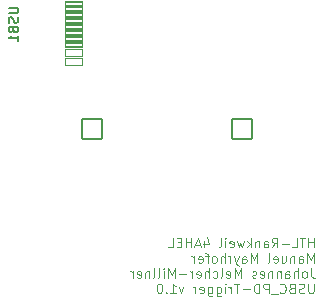
<source format=gbo>
%TF.GenerationSoftware,KiCad,Pcbnew,7.0.7*%
%TF.CreationDate,2023-10-12T19:56:55+02:00*%
%TF.ProjectId,PD_Micro,50445f4d-6963-4726-9f2e-6b696361645f,rev?*%
%TF.SameCoordinates,PX7ce2370PY67d8790*%
%TF.FileFunction,Legend,Bot*%
%TF.FilePolarity,Positive*%
%FSLAX46Y46*%
G04 Gerber Fmt 4.6, Leading zero omitted, Abs format (unit mm)*
G04 Created by KiCad (PCBNEW 7.0.7) date 2023-10-12 19:56:55*
%MOMM*%
%LPD*%
G01*
G04 APERTURE LIST*
G04 Aperture macros list*
%AMRoundRect*
0 Rectangle with rounded corners*
0 $1 Rounding radius*
0 $2 $3 $4 $5 $6 $7 $8 $9 X,Y pos of 4 corners*
0 Add a 4 corners polygon primitive as box body*
4,1,4,$2,$3,$4,$5,$6,$7,$8,$9,$2,$3,0*
0 Add four circle primitives for the rounded corners*
1,1,$1+$1,$2,$3*
1,1,$1+$1,$4,$5*
1,1,$1+$1,$6,$7*
1,1,$1+$1,$8,$9*
0 Add four rect primitives between the rounded corners*
20,1,$1+$1,$2,$3,$4,$5,0*
20,1,$1+$1,$4,$5,$6,$7,0*
20,1,$1+$1,$6,$7,$8,$9,0*
20,1,$1+$1,$8,$9,$2,$3,0*%
G04 Aperture macros list end*
%ADD10C,0.100000*%
%ADD11C,0.150000*%
%ADD12RoundRect,0.070000X-0.425000X-0.425000X0.425000X-0.425000X0.425000X0.425000X-0.425000X0.425000X0*%
%ADD13O,0.990000X0.990000*%
%ADD14RoundRect,0.070000X0.800000X-0.800000X0.800000X0.800000X-0.800000X0.800000X-0.800000X-0.800000X0*%
%ADD15O,1.740000X1.740000*%
%ADD16C,1.940000*%
%ADD17C,1.040000*%
%ADD18O,1.840000X1.840000*%
%ADD19RoundRect,0.070000X0.850000X-0.850000X0.850000X0.850000X-0.850000X0.850000X-0.850000X-0.850000X0*%
%ADD20C,3.140000*%
%ADD21C,1.740000*%
%ADD22RoundRect,0.670000X-0.600000X0.600000X-0.600000X-0.600000X0.600000X-0.600000X0.600000X0.600000X0*%
%ADD23C,2.540000*%
%ADD24C,0.790000*%
%ADD25RoundRect,0.070000X0.725000X-0.287500X0.725000X0.287500X-0.725000X0.287500X-0.725000X-0.287500X0*%
%ADD26RoundRect,0.070000X0.725000X-0.150000X0.725000X0.150000X-0.725000X0.150000X-0.725000X-0.150000X0*%
%ADD27O,1.740000X1.140000*%
%ADD28O,2.240000X1.140000*%
G04 APERTURE END LIST*
D10*
X70863734Y-11272895D02*
X70863734Y-10472895D01*
X70863734Y-10853847D02*
X70406591Y-10853847D01*
X70406591Y-11272895D02*
X70406591Y-10472895D01*
X70139925Y-10472895D02*
X69682782Y-10472895D01*
X69911354Y-11272895D02*
X69911354Y-10472895D01*
X69035163Y-11272895D02*
X69416115Y-11272895D01*
X69416115Y-11272895D02*
X69416115Y-10472895D01*
X68768496Y-10968133D02*
X68158973Y-10968133D01*
X67320877Y-11272895D02*
X67587544Y-10891942D01*
X67778020Y-11272895D02*
X67778020Y-10472895D01*
X67778020Y-10472895D02*
X67473258Y-10472895D01*
X67473258Y-10472895D02*
X67397068Y-10510990D01*
X67397068Y-10510990D02*
X67358973Y-10549085D01*
X67358973Y-10549085D02*
X67320877Y-10625276D01*
X67320877Y-10625276D02*
X67320877Y-10739561D01*
X67320877Y-10739561D02*
X67358973Y-10815752D01*
X67358973Y-10815752D02*
X67397068Y-10853847D01*
X67397068Y-10853847D02*
X67473258Y-10891942D01*
X67473258Y-10891942D02*
X67778020Y-10891942D01*
X66635163Y-11272895D02*
X66635163Y-10853847D01*
X66635163Y-10853847D02*
X66673258Y-10777657D01*
X66673258Y-10777657D02*
X66749449Y-10739561D01*
X66749449Y-10739561D02*
X66901830Y-10739561D01*
X66901830Y-10739561D02*
X66978020Y-10777657D01*
X66635163Y-11234800D02*
X66711354Y-11272895D01*
X66711354Y-11272895D02*
X66901830Y-11272895D01*
X66901830Y-11272895D02*
X66978020Y-11234800D01*
X66978020Y-11234800D02*
X67016116Y-11158609D01*
X67016116Y-11158609D02*
X67016116Y-11082419D01*
X67016116Y-11082419D02*
X66978020Y-11006228D01*
X66978020Y-11006228D02*
X66901830Y-10968133D01*
X66901830Y-10968133D02*
X66711354Y-10968133D01*
X66711354Y-10968133D02*
X66635163Y-10930038D01*
X66254210Y-10739561D02*
X66254210Y-11272895D01*
X66254210Y-10815752D02*
X66216115Y-10777657D01*
X66216115Y-10777657D02*
X66139925Y-10739561D01*
X66139925Y-10739561D02*
X66025639Y-10739561D01*
X66025639Y-10739561D02*
X65949448Y-10777657D01*
X65949448Y-10777657D02*
X65911353Y-10853847D01*
X65911353Y-10853847D02*
X65911353Y-11272895D01*
X65530400Y-11272895D02*
X65530400Y-10472895D01*
X65454210Y-10968133D02*
X65225638Y-11272895D01*
X65225638Y-10739561D02*
X65530400Y-11044323D01*
X64958972Y-10739561D02*
X64806591Y-11272895D01*
X64806591Y-11272895D02*
X64654210Y-10891942D01*
X64654210Y-10891942D02*
X64501829Y-11272895D01*
X64501829Y-11272895D02*
X64349448Y-10739561D01*
X63739924Y-11234800D02*
X63816115Y-11272895D01*
X63816115Y-11272895D02*
X63968496Y-11272895D01*
X63968496Y-11272895D02*
X64044686Y-11234800D01*
X64044686Y-11234800D02*
X64082782Y-11158609D01*
X64082782Y-11158609D02*
X64082782Y-10853847D01*
X64082782Y-10853847D02*
X64044686Y-10777657D01*
X64044686Y-10777657D02*
X63968496Y-10739561D01*
X63968496Y-10739561D02*
X63816115Y-10739561D01*
X63816115Y-10739561D02*
X63739924Y-10777657D01*
X63739924Y-10777657D02*
X63701829Y-10853847D01*
X63701829Y-10853847D02*
X63701829Y-10930038D01*
X63701829Y-10930038D02*
X64082782Y-11006228D01*
X63358972Y-11272895D02*
X63358972Y-10739561D01*
X63358972Y-10472895D02*
X63397068Y-10510990D01*
X63397068Y-10510990D02*
X63358972Y-10549085D01*
X63358972Y-10549085D02*
X63320877Y-10510990D01*
X63320877Y-10510990D02*
X63358972Y-10472895D01*
X63358972Y-10472895D02*
X63358972Y-10549085D01*
X62863735Y-11272895D02*
X62939925Y-11234800D01*
X62939925Y-11234800D02*
X62978020Y-11158609D01*
X62978020Y-11158609D02*
X62978020Y-10472895D01*
X61606591Y-10739561D02*
X61606591Y-11272895D01*
X61797067Y-10434800D02*
X61987544Y-11006228D01*
X61987544Y-11006228D02*
X61492305Y-11006228D01*
X61225639Y-11044323D02*
X60844686Y-11044323D01*
X61301829Y-11272895D02*
X61035162Y-10472895D01*
X61035162Y-10472895D02*
X60768496Y-11272895D01*
X60501829Y-11272895D02*
X60501829Y-10472895D01*
X60501829Y-10853847D02*
X60044686Y-10853847D01*
X60044686Y-11272895D02*
X60044686Y-10472895D01*
X59663734Y-10853847D02*
X59397068Y-10853847D01*
X59282782Y-11272895D02*
X59663734Y-11272895D01*
X59663734Y-11272895D02*
X59663734Y-10472895D01*
X59663734Y-10472895D02*
X59282782Y-10472895D01*
X58558972Y-11272895D02*
X58939924Y-11272895D01*
X58939924Y-11272895D02*
X58939924Y-10472895D01*
X70863734Y-12560895D02*
X70863734Y-11760895D01*
X70863734Y-11760895D02*
X70597068Y-12332323D01*
X70597068Y-12332323D02*
X70330401Y-11760895D01*
X70330401Y-11760895D02*
X70330401Y-12560895D01*
X69606591Y-12560895D02*
X69606591Y-12141847D01*
X69606591Y-12141847D02*
X69644686Y-12065657D01*
X69644686Y-12065657D02*
X69720877Y-12027561D01*
X69720877Y-12027561D02*
X69873258Y-12027561D01*
X69873258Y-12027561D02*
X69949448Y-12065657D01*
X69606591Y-12522800D02*
X69682782Y-12560895D01*
X69682782Y-12560895D02*
X69873258Y-12560895D01*
X69873258Y-12560895D02*
X69949448Y-12522800D01*
X69949448Y-12522800D02*
X69987544Y-12446609D01*
X69987544Y-12446609D02*
X69987544Y-12370419D01*
X69987544Y-12370419D02*
X69949448Y-12294228D01*
X69949448Y-12294228D02*
X69873258Y-12256133D01*
X69873258Y-12256133D02*
X69682782Y-12256133D01*
X69682782Y-12256133D02*
X69606591Y-12218038D01*
X69225638Y-12027561D02*
X69225638Y-12560895D01*
X69225638Y-12103752D02*
X69187543Y-12065657D01*
X69187543Y-12065657D02*
X69111353Y-12027561D01*
X69111353Y-12027561D02*
X68997067Y-12027561D01*
X68997067Y-12027561D02*
X68920876Y-12065657D01*
X68920876Y-12065657D02*
X68882781Y-12141847D01*
X68882781Y-12141847D02*
X68882781Y-12560895D01*
X68158971Y-12027561D02*
X68158971Y-12560895D01*
X68501828Y-12027561D02*
X68501828Y-12446609D01*
X68501828Y-12446609D02*
X68463733Y-12522800D01*
X68463733Y-12522800D02*
X68387543Y-12560895D01*
X68387543Y-12560895D02*
X68273257Y-12560895D01*
X68273257Y-12560895D02*
X68197066Y-12522800D01*
X68197066Y-12522800D02*
X68158971Y-12484704D01*
X67473256Y-12522800D02*
X67549447Y-12560895D01*
X67549447Y-12560895D02*
X67701828Y-12560895D01*
X67701828Y-12560895D02*
X67778018Y-12522800D01*
X67778018Y-12522800D02*
X67816114Y-12446609D01*
X67816114Y-12446609D02*
X67816114Y-12141847D01*
X67816114Y-12141847D02*
X67778018Y-12065657D01*
X67778018Y-12065657D02*
X67701828Y-12027561D01*
X67701828Y-12027561D02*
X67549447Y-12027561D01*
X67549447Y-12027561D02*
X67473256Y-12065657D01*
X67473256Y-12065657D02*
X67435161Y-12141847D01*
X67435161Y-12141847D02*
X67435161Y-12218038D01*
X67435161Y-12218038D02*
X67816114Y-12294228D01*
X66978019Y-12560895D02*
X67054209Y-12522800D01*
X67054209Y-12522800D02*
X67092304Y-12446609D01*
X67092304Y-12446609D02*
X67092304Y-11760895D01*
X66063732Y-12560895D02*
X66063732Y-11760895D01*
X66063732Y-11760895D02*
X65797066Y-12332323D01*
X65797066Y-12332323D02*
X65530399Y-11760895D01*
X65530399Y-11760895D02*
X65530399Y-12560895D01*
X64806589Y-12560895D02*
X64806589Y-12141847D01*
X64806589Y-12141847D02*
X64844684Y-12065657D01*
X64844684Y-12065657D02*
X64920875Y-12027561D01*
X64920875Y-12027561D02*
X65073256Y-12027561D01*
X65073256Y-12027561D02*
X65149446Y-12065657D01*
X64806589Y-12522800D02*
X64882780Y-12560895D01*
X64882780Y-12560895D02*
X65073256Y-12560895D01*
X65073256Y-12560895D02*
X65149446Y-12522800D01*
X65149446Y-12522800D02*
X65187542Y-12446609D01*
X65187542Y-12446609D02*
X65187542Y-12370419D01*
X65187542Y-12370419D02*
X65149446Y-12294228D01*
X65149446Y-12294228D02*
X65073256Y-12256133D01*
X65073256Y-12256133D02*
X64882780Y-12256133D01*
X64882780Y-12256133D02*
X64806589Y-12218038D01*
X64501827Y-12027561D02*
X64311351Y-12560895D01*
X64120874Y-12027561D02*
X64311351Y-12560895D01*
X64311351Y-12560895D02*
X64387541Y-12751371D01*
X64387541Y-12751371D02*
X64425636Y-12789466D01*
X64425636Y-12789466D02*
X64501827Y-12827561D01*
X63816112Y-12560895D02*
X63816112Y-12027561D01*
X63816112Y-12179942D02*
X63778017Y-12103752D01*
X63778017Y-12103752D02*
X63739922Y-12065657D01*
X63739922Y-12065657D02*
X63663731Y-12027561D01*
X63663731Y-12027561D02*
X63587541Y-12027561D01*
X63320874Y-12560895D02*
X63320874Y-11760895D01*
X62978017Y-12560895D02*
X62978017Y-12141847D01*
X62978017Y-12141847D02*
X63016112Y-12065657D01*
X63016112Y-12065657D02*
X63092303Y-12027561D01*
X63092303Y-12027561D02*
X63206589Y-12027561D01*
X63206589Y-12027561D02*
X63282779Y-12065657D01*
X63282779Y-12065657D02*
X63320874Y-12103752D01*
X62482779Y-12560895D02*
X62558969Y-12522800D01*
X62558969Y-12522800D02*
X62597064Y-12484704D01*
X62597064Y-12484704D02*
X62635160Y-12408514D01*
X62635160Y-12408514D02*
X62635160Y-12179942D01*
X62635160Y-12179942D02*
X62597064Y-12103752D01*
X62597064Y-12103752D02*
X62558969Y-12065657D01*
X62558969Y-12065657D02*
X62482779Y-12027561D01*
X62482779Y-12027561D02*
X62368493Y-12027561D01*
X62368493Y-12027561D02*
X62292302Y-12065657D01*
X62292302Y-12065657D02*
X62254207Y-12103752D01*
X62254207Y-12103752D02*
X62216112Y-12179942D01*
X62216112Y-12179942D02*
X62216112Y-12408514D01*
X62216112Y-12408514D02*
X62254207Y-12484704D01*
X62254207Y-12484704D02*
X62292302Y-12522800D01*
X62292302Y-12522800D02*
X62368493Y-12560895D01*
X62368493Y-12560895D02*
X62482779Y-12560895D01*
X61987540Y-12027561D02*
X61682778Y-12027561D01*
X61873254Y-12560895D02*
X61873254Y-11875180D01*
X61873254Y-11875180D02*
X61835159Y-11798990D01*
X61835159Y-11798990D02*
X61758969Y-11760895D01*
X61758969Y-11760895D02*
X61682778Y-11760895D01*
X61111349Y-12522800D02*
X61187540Y-12560895D01*
X61187540Y-12560895D02*
X61339921Y-12560895D01*
X61339921Y-12560895D02*
X61416111Y-12522800D01*
X61416111Y-12522800D02*
X61454207Y-12446609D01*
X61454207Y-12446609D02*
X61454207Y-12141847D01*
X61454207Y-12141847D02*
X61416111Y-12065657D01*
X61416111Y-12065657D02*
X61339921Y-12027561D01*
X61339921Y-12027561D02*
X61187540Y-12027561D01*
X61187540Y-12027561D02*
X61111349Y-12065657D01*
X61111349Y-12065657D02*
X61073254Y-12141847D01*
X61073254Y-12141847D02*
X61073254Y-12218038D01*
X61073254Y-12218038D02*
X61454207Y-12294228D01*
X60730397Y-12560895D02*
X60730397Y-12027561D01*
X60730397Y-12179942D02*
X60692302Y-12103752D01*
X60692302Y-12103752D02*
X60654207Y-12065657D01*
X60654207Y-12065657D02*
X60578016Y-12027561D01*
X60578016Y-12027561D02*
X60501826Y-12027561D01*
X70635163Y-13048895D02*
X70635163Y-13620323D01*
X70635163Y-13620323D02*
X70673258Y-13734609D01*
X70673258Y-13734609D02*
X70749449Y-13810800D01*
X70749449Y-13810800D02*
X70863734Y-13848895D01*
X70863734Y-13848895D02*
X70939925Y-13848895D01*
X70139925Y-13848895D02*
X70216115Y-13810800D01*
X70216115Y-13810800D02*
X70254210Y-13772704D01*
X70254210Y-13772704D02*
X70292306Y-13696514D01*
X70292306Y-13696514D02*
X70292306Y-13467942D01*
X70292306Y-13467942D02*
X70254210Y-13391752D01*
X70254210Y-13391752D02*
X70216115Y-13353657D01*
X70216115Y-13353657D02*
X70139925Y-13315561D01*
X70139925Y-13315561D02*
X70025639Y-13315561D01*
X70025639Y-13315561D02*
X69949448Y-13353657D01*
X69949448Y-13353657D02*
X69911353Y-13391752D01*
X69911353Y-13391752D02*
X69873258Y-13467942D01*
X69873258Y-13467942D02*
X69873258Y-13696514D01*
X69873258Y-13696514D02*
X69911353Y-13772704D01*
X69911353Y-13772704D02*
X69949448Y-13810800D01*
X69949448Y-13810800D02*
X70025639Y-13848895D01*
X70025639Y-13848895D02*
X70139925Y-13848895D01*
X69530400Y-13848895D02*
X69530400Y-13048895D01*
X69187543Y-13848895D02*
X69187543Y-13429847D01*
X69187543Y-13429847D02*
X69225638Y-13353657D01*
X69225638Y-13353657D02*
X69301829Y-13315561D01*
X69301829Y-13315561D02*
X69416115Y-13315561D01*
X69416115Y-13315561D02*
X69492305Y-13353657D01*
X69492305Y-13353657D02*
X69530400Y-13391752D01*
X68463733Y-13848895D02*
X68463733Y-13429847D01*
X68463733Y-13429847D02*
X68501828Y-13353657D01*
X68501828Y-13353657D02*
X68578019Y-13315561D01*
X68578019Y-13315561D02*
X68730400Y-13315561D01*
X68730400Y-13315561D02*
X68806590Y-13353657D01*
X68463733Y-13810800D02*
X68539924Y-13848895D01*
X68539924Y-13848895D02*
X68730400Y-13848895D01*
X68730400Y-13848895D02*
X68806590Y-13810800D01*
X68806590Y-13810800D02*
X68844686Y-13734609D01*
X68844686Y-13734609D02*
X68844686Y-13658419D01*
X68844686Y-13658419D02*
X68806590Y-13582228D01*
X68806590Y-13582228D02*
X68730400Y-13544133D01*
X68730400Y-13544133D02*
X68539924Y-13544133D01*
X68539924Y-13544133D02*
X68463733Y-13506038D01*
X68082780Y-13315561D02*
X68082780Y-13848895D01*
X68082780Y-13391752D02*
X68044685Y-13353657D01*
X68044685Y-13353657D02*
X67968495Y-13315561D01*
X67968495Y-13315561D02*
X67854209Y-13315561D01*
X67854209Y-13315561D02*
X67778018Y-13353657D01*
X67778018Y-13353657D02*
X67739923Y-13429847D01*
X67739923Y-13429847D02*
X67739923Y-13848895D01*
X67358970Y-13315561D02*
X67358970Y-13848895D01*
X67358970Y-13391752D02*
X67320875Y-13353657D01*
X67320875Y-13353657D02*
X67244685Y-13315561D01*
X67244685Y-13315561D02*
X67130399Y-13315561D01*
X67130399Y-13315561D02*
X67054208Y-13353657D01*
X67054208Y-13353657D02*
X67016113Y-13429847D01*
X67016113Y-13429847D02*
X67016113Y-13848895D01*
X66330398Y-13810800D02*
X66406589Y-13848895D01*
X66406589Y-13848895D02*
X66558970Y-13848895D01*
X66558970Y-13848895D02*
X66635160Y-13810800D01*
X66635160Y-13810800D02*
X66673256Y-13734609D01*
X66673256Y-13734609D02*
X66673256Y-13429847D01*
X66673256Y-13429847D02*
X66635160Y-13353657D01*
X66635160Y-13353657D02*
X66558970Y-13315561D01*
X66558970Y-13315561D02*
X66406589Y-13315561D01*
X66406589Y-13315561D02*
X66330398Y-13353657D01*
X66330398Y-13353657D02*
X66292303Y-13429847D01*
X66292303Y-13429847D02*
X66292303Y-13506038D01*
X66292303Y-13506038D02*
X66673256Y-13582228D01*
X65987542Y-13810800D02*
X65911351Y-13848895D01*
X65911351Y-13848895D02*
X65758970Y-13848895D01*
X65758970Y-13848895D02*
X65682780Y-13810800D01*
X65682780Y-13810800D02*
X65644684Y-13734609D01*
X65644684Y-13734609D02*
X65644684Y-13696514D01*
X65644684Y-13696514D02*
X65682780Y-13620323D01*
X65682780Y-13620323D02*
X65758970Y-13582228D01*
X65758970Y-13582228D02*
X65873256Y-13582228D01*
X65873256Y-13582228D02*
X65949446Y-13544133D01*
X65949446Y-13544133D02*
X65987542Y-13467942D01*
X65987542Y-13467942D02*
X65987542Y-13429847D01*
X65987542Y-13429847D02*
X65949446Y-13353657D01*
X65949446Y-13353657D02*
X65873256Y-13315561D01*
X65873256Y-13315561D02*
X65758970Y-13315561D01*
X65758970Y-13315561D02*
X65682780Y-13353657D01*
X64692303Y-13848895D02*
X64692303Y-13048895D01*
X64692303Y-13048895D02*
X64425637Y-13620323D01*
X64425637Y-13620323D02*
X64158970Y-13048895D01*
X64158970Y-13048895D02*
X64158970Y-13848895D01*
X63473255Y-13810800D02*
X63549446Y-13848895D01*
X63549446Y-13848895D02*
X63701827Y-13848895D01*
X63701827Y-13848895D02*
X63778017Y-13810800D01*
X63778017Y-13810800D02*
X63816113Y-13734609D01*
X63816113Y-13734609D02*
X63816113Y-13429847D01*
X63816113Y-13429847D02*
X63778017Y-13353657D01*
X63778017Y-13353657D02*
X63701827Y-13315561D01*
X63701827Y-13315561D02*
X63549446Y-13315561D01*
X63549446Y-13315561D02*
X63473255Y-13353657D01*
X63473255Y-13353657D02*
X63435160Y-13429847D01*
X63435160Y-13429847D02*
X63435160Y-13506038D01*
X63435160Y-13506038D02*
X63816113Y-13582228D01*
X62978018Y-13848895D02*
X63054208Y-13810800D01*
X63054208Y-13810800D02*
X63092303Y-13734609D01*
X63092303Y-13734609D02*
X63092303Y-13048895D01*
X62330398Y-13810800D02*
X62406589Y-13848895D01*
X62406589Y-13848895D02*
X62558970Y-13848895D01*
X62558970Y-13848895D02*
X62635160Y-13810800D01*
X62635160Y-13810800D02*
X62673255Y-13772704D01*
X62673255Y-13772704D02*
X62711351Y-13696514D01*
X62711351Y-13696514D02*
X62711351Y-13467942D01*
X62711351Y-13467942D02*
X62673255Y-13391752D01*
X62673255Y-13391752D02*
X62635160Y-13353657D01*
X62635160Y-13353657D02*
X62558970Y-13315561D01*
X62558970Y-13315561D02*
X62406589Y-13315561D01*
X62406589Y-13315561D02*
X62330398Y-13353657D01*
X61987541Y-13848895D02*
X61987541Y-13048895D01*
X61644684Y-13848895D02*
X61644684Y-13429847D01*
X61644684Y-13429847D02*
X61682779Y-13353657D01*
X61682779Y-13353657D02*
X61758970Y-13315561D01*
X61758970Y-13315561D02*
X61873256Y-13315561D01*
X61873256Y-13315561D02*
X61949446Y-13353657D01*
X61949446Y-13353657D02*
X61987541Y-13391752D01*
X60958969Y-13810800D02*
X61035160Y-13848895D01*
X61035160Y-13848895D02*
X61187541Y-13848895D01*
X61187541Y-13848895D02*
X61263731Y-13810800D01*
X61263731Y-13810800D02*
X61301827Y-13734609D01*
X61301827Y-13734609D02*
X61301827Y-13429847D01*
X61301827Y-13429847D02*
X61263731Y-13353657D01*
X61263731Y-13353657D02*
X61187541Y-13315561D01*
X61187541Y-13315561D02*
X61035160Y-13315561D01*
X61035160Y-13315561D02*
X60958969Y-13353657D01*
X60958969Y-13353657D02*
X60920874Y-13429847D01*
X60920874Y-13429847D02*
X60920874Y-13506038D01*
X60920874Y-13506038D02*
X61301827Y-13582228D01*
X60578017Y-13848895D02*
X60578017Y-13315561D01*
X60578017Y-13467942D02*
X60539922Y-13391752D01*
X60539922Y-13391752D02*
X60501827Y-13353657D01*
X60501827Y-13353657D02*
X60425636Y-13315561D01*
X60425636Y-13315561D02*
X60349446Y-13315561D01*
X60082779Y-13544133D02*
X59473256Y-13544133D01*
X59092303Y-13848895D02*
X59092303Y-13048895D01*
X59092303Y-13048895D02*
X58825637Y-13620323D01*
X58825637Y-13620323D02*
X58558970Y-13048895D01*
X58558970Y-13048895D02*
X58558970Y-13848895D01*
X58178017Y-13848895D02*
X58178017Y-13315561D01*
X58178017Y-13048895D02*
X58216113Y-13086990D01*
X58216113Y-13086990D02*
X58178017Y-13125085D01*
X58178017Y-13125085D02*
X58139922Y-13086990D01*
X58139922Y-13086990D02*
X58178017Y-13048895D01*
X58178017Y-13048895D02*
X58178017Y-13125085D01*
X57682780Y-13848895D02*
X57758970Y-13810800D01*
X57758970Y-13810800D02*
X57797065Y-13734609D01*
X57797065Y-13734609D02*
X57797065Y-13048895D01*
X57263732Y-13848895D02*
X57339922Y-13810800D01*
X57339922Y-13810800D02*
X57378017Y-13734609D01*
X57378017Y-13734609D02*
X57378017Y-13048895D01*
X56958969Y-13315561D02*
X56958969Y-13848895D01*
X56958969Y-13391752D02*
X56920874Y-13353657D01*
X56920874Y-13353657D02*
X56844684Y-13315561D01*
X56844684Y-13315561D02*
X56730398Y-13315561D01*
X56730398Y-13315561D02*
X56654207Y-13353657D01*
X56654207Y-13353657D02*
X56616112Y-13429847D01*
X56616112Y-13429847D02*
X56616112Y-13848895D01*
X55930397Y-13810800D02*
X56006588Y-13848895D01*
X56006588Y-13848895D02*
X56158969Y-13848895D01*
X56158969Y-13848895D02*
X56235159Y-13810800D01*
X56235159Y-13810800D02*
X56273255Y-13734609D01*
X56273255Y-13734609D02*
X56273255Y-13429847D01*
X56273255Y-13429847D02*
X56235159Y-13353657D01*
X56235159Y-13353657D02*
X56158969Y-13315561D01*
X56158969Y-13315561D02*
X56006588Y-13315561D01*
X56006588Y-13315561D02*
X55930397Y-13353657D01*
X55930397Y-13353657D02*
X55892302Y-13429847D01*
X55892302Y-13429847D02*
X55892302Y-13506038D01*
X55892302Y-13506038D02*
X56273255Y-13582228D01*
X55549445Y-13848895D02*
X55549445Y-13315561D01*
X55549445Y-13467942D02*
X55511350Y-13391752D01*
X55511350Y-13391752D02*
X55473255Y-13353657D01*
X55473255Y-13353657D02*
X55397064Y-13315561D01*
X55397064Y-13315561D02*
X55320874Y-13315561D01*
X70863734Y-14336895D02*
X70863734Y-14984514D01*
X70863734Y-14984514D02*
X70825639Y-15060704D01*
X70825639Y-15060704D02*
X70787544Y-15098800D01*
X70787544Y-15098800D02*
X70711353Y-15136895D01*
X70711353Y-15136895D02*
X70558972Y-15136895D01*
X70558972Y-15136895D02*
X70482782Y-15098800D01*
X70482782Y-15098800D02*
X70444687Y-15060704D01*
X70444687Y-15060704D02*
X70406591Y-14984514D01*
X70406591Y-14984514D02*
X70406591Y-14336895D01*
X70063735Y-15098800D02*
X69949449Y-15136895D01*
X69949449Y-15136895D02*
X69758973Y-15136895D01*
X69758973Y-15136895D02*
X69682782Y-15098800D01*
X69682782Y-15098800D02*
X69644687Y-15060704D01*
X69644687Y-15060704D02*
X69606592Y-14984514D01*
X69606592Y-14984514D02*
X69606592Y-14908323D01*
X69606592Y-14908323D02*
X69644687Y-14832133D01*
X69644687Y-14832133D02*
X69682782Y-14794038D01*
X69682782Y-14794038D02*
X69758973Y-14755942D01*
X69758973Y-14755942D02*
X69911354Y-14717847D01*
X69911354Y-14717847D02*
X69987544Y-14679752D01*
X69987544Y-14679752D02*
X70025639Y-14641657D01*
X70025639Y-14641657D02*
X70063735Y-14565466D01*
X70063735Y-14565466D02*
X70063735Y-14489276D01*
X70063735Y-14489276D02*
X70025639Y-14413085D01*
X70025639Y-14413085D02*
X69987544Y-14374990D01*
X69987544Y-14374990D02*
X69911354Y-14336895D01*
X69911354Y-14336895D02*
X69720877Y-14336895D01*
X69720877Y-14336895D02*
X69606592Y-14374990D01*
X68997068Y-14717847D02*
X68882782Y-14755942D01*
X68882782Y-14755942D02*
X68844687Y-14794038D01*
X68844687Y-14794038D02*
X68806591Y-14870228D01*
X68806591Y-14870228D02*
X68806591Y-14984514D01*
X68806591Y-14984514D02*
X68844687Y-15060704D01*
X68844687Y-15060704D02*
X68882782Y-15098800D01*
X68882782Y-15098800D02*
X68958972Y-15136895D01*
X68958972Y-15136895D02*
X69263734Y-15136895D01*
X69263734Y-15136895D02*
X69263734Y-14336895D01*
X69263734Y-14336895D02*
X68997068Y-14336895D01*
X68997068Y-14336895D02*
X68920877Y-14374990D01*
X68920877Y-14374990D02*
X68882782Y-14413085D01*
X68882782Y-14413085D02*
X68844687Y-14489276D01*
X68844687Y-14489276D02*
X68844687Y-14565466D01*
X68844687Y-14565466D02*
X68882782Y-14641657D01*
X68882782Y-14641657D02*
X68920877Y-14679752D01*
X68920877Y-14679752D02*
X68997068Y-14717847D01*
X68997068Y-14717847D02*
X69263734Y-14717847D01*
X68006591Y-15060704D02*
X68044687Y-15098800D01*
X68044687Y-15098800D02*
X68158972Y-15136895D01*
X68158972Y-15136895D02*
X68235163Y-15136895D01*
X68235163Y-15136895D02*
X68349449Y-15098800D01*
X68349449Y-15098800D02*
X68425639Y-15022609D01*
X68425639Y-15022609D02*
X68463734Y-14946419D01*
X68463734Y-14946419D02*
X68501830Y-14794038D01*
X68501830Y-14794038D02*
X68501830Y-14679752D01*
X68501830Y-14679752D02*
X68463734Y-14527371D01*
X68463734Y-14527371D02*
X68425639Y-14451180D01*
X68425639Y-14451180D02*
X68349449Y-14374990D01*
X68349449Y-14374990D02*
X68235163Y-14336895D01*
X68235163Y-14336895D02*
X68158972Y-14336895D01*
X68158972Y-14336895D02*
X68044687Y-14374990D01*
X68044687Y-14374990D02*
X68006591Y-14413085D01*
X67854211Y-15213085D02*
X67244687Y-15213085D01*
X67054210Y-15136895D02*
X67054210Y-14336895D01*
X67054210Y-14336895D02*
X66749448Y-14336895D01*
X66749448Y-14336895D02*
X66673258Y-14374990D01*
X66673258Y-14374990D02*
X66635163Y-14413085D01*
X66635163Y-14413085D02*
X66597067Y-14489276D01*
X66597067Y-14489276D02*
X66597067Y-14603561D01*
X66597067Y-14603561D02*
X66635163Y-14679752D01*
X66635163Y-14679752D02*
X66673258Y-14717847D01*
X66673258Y-14717847D02*
X66749448Y-14755942D01*
X66749448Y-14755942D02*
X67054210Y-14755942D01*
X66254210Y-15136895D02*
X66254210Y-14336895D01*
X66254210Y-14336895D02*
X66063734Y-14336895D01*
X66063734Y-14336895D02*
X65949448Y-14374990D01*
X65949448Y-14374990D02*
X65873258Y-14451180D01*
X65873258Y-14451180D02*
X65835163Y-14527371D01*
X65835163Y-14527371D02*
X65797067Y-14679752D01*
X65797067Y-14679752D02*
X65797067Y-14794038D01*
X65797067Y-14794038D02*
X65835163Y-14946419D01*
X65835163Y-14946419D02*
X65873258Y-15022609D01*
X65873258Y-15022609D02*
X65949448Y-15098800D01*
X65949448Y-15098800D02*
X66063734Y-15136895D01*
X66063734Y-15136895D02*
X66254210Y-15136895D01*
X65454210Y-14832133D02*
X64844687Y-14832133D01*
X64578020Y-14336895D02*
X64120877Y-14336895D01*
X64349449Y-15136895D02*
X64349449Y-14336895D01*
X63854210Y-15136895D02*
X63854210Y-14603561D01*
X63854210Y-14755942D02*
X63816115Y-14679752D01*
X63816115Y-14679752D02*
X63778020Y-14641657D01*
X63778020Y-14641657D02*
X63701829Y-14603561D01*
X63701829Y-14603561D02*
X63625639Y-14603561D01*
X63358972Y-15136895D02*
X63358972Y-14603561D01*
X63358972Y-14336895D02*
X63397068Y-14374990D01*
X63397068Y-14374990D02*
X63358972Y-14413085D01*
X63358972Y-14413085D02*
X63320877Y-14374990D01*
X63320877Y-14374990D02*
X63358972Y-14336895D01*
X63358972Y-14336895D02*
X63358972Y-14413085D01*
X62635163Y-14603561D02*
X62635163Y-15251180D01*
X62635163Y-15251180D02*
X62673258Y-15327371D01*
X62673258Y-15327371D02*
X62711354Y-15365466D01*
X62711354Y-15365466D02*
X62787544Y-15403561D01*
X62787544Y-15403561D02*
X62901830Y-15403561D01*
X62901830Y-15403561D02*
X62978020Y-15365466D01*
X62635163Y-15098800D02*
X62711354Y-15136895D01*
X62711354Y-15136895D02*
X62863735Y-15136895D01*
X62863735Y-15136895D02*
X62939925Y-15098800D01*
X62939925Y-15098800D02*
X62978020Y-15060704D01*
X62978020Y-15060704D02*
X63016116Y-14984514D01*
X63016116Y-14984514D02*
X63016116Y-14755942D01*
X63016116Y-14755942D02*
X62978020Y-14679752D01*
X62978020Y-14679752D02*
X62939925Y-14641657D01*
X62939925Y-14641657D02*
X62863735Y-14603561D01*
X62863735Y-14603561D02*
X62711354Y-14603561D01*
X62711354Y-14603561D02*
X62635163Y-14641657D01*
X61911353Y-14603561D02*
X61911353Y-15251180D01*
X61911353Y-15251180D02*
X61949448Y-15327371D01*
X61949448Y-15327371D02*
X61987544Y-15365466D01*
X61987544Y-15365466D02*
X62063734Y-15403561D01*
X62063734Y-15403561D02*
X62178020Y-15403561D01*
X62178020Y-15403561D02*
X62254210Y-15365466D01*
X61911353Y-15098800D02*
X61987544Y-15136895D01*
X61987544Y-15136895D02*
X62139925Y-15136895D01*
X62139925Y-15136895D02*
X62216115Y-15098800D01*
X62216115Y-15098800D02*
X62254210Y-15060704D01*
X62254210Y-15060704D02*
X62292306Y-14984514D01*
X62292306Y-14984514D02*
X62292306Y-14755942D01*
X62292306Y-14755942D02*
X62254210Y-14679752D01*
X62254210Y-14679752D02*
X62216115Y-14641657D01*
X62216115Y-14641657D02*
X62139925Y-14603561D01*
X62139925Y-14603561D02*
X61987544Y-14603561D01*
X61987544Y-14603561D02*
X61911353Y-14641657D01*
X61225638Y-15098800D02*
X61301829Y-15136895D01*
X61301829Y-15136895D02*
X61454210Y-15136895D01*
X61454210Y-15136895D02*
X61530400Y-15098800D01*
X61530400Y-15098800D02*
X61568496Y-15022609D01*
X61568496Y-15022609D02*
X61568496Y-14717847D01*
X61568496Y-14717847D02*
X61530400Y-14641657D01*
X61530400Y-14641657D02*
X61454210Y-14603561D01*
X61454210Y-14603561D02*
X61301829Y-14603561D01*
X61301829Y-14603561D02*
X61225638Y-14641657D01*
X61225638Y-14641657D02*
X61187543Y-14717847D01*
X61187543Y-14717847D02*
X61187543Y-14794038D01*
X61187543Y-14794038D02*
X61568496Y-14870228D01*
X60844686Y-15136895D02*
X60844686Y-14603561D01*
X60844686Y-14755942D02*
X60806591Y-14679752D01*
X60806591Y-14679752D02*
X60768496Y-14641657D01*
X60768496Y-14641657D02*
X60692305Y-14603561D01*
X60692305Y-14603561D02*
X60616115Y-14603561D01*
X59816115Y-14603561D02*
X59625639Y-15136895D01*
X59625639Y-15136895D02*
X59435162Y-14603561D01*
X58711353Y-15136895D02*
X59168496Y-15136895D01*
X58939924Y-15136895D02*
X58939924Y-14336895D01*
X58939924Y-14336895D02*
X59016115Y-14451180D01*
X59016115Y-14451180D02*
X59092305Y-14527371D01*
X59092305Y-14527371D02*
X59168496Y-14565466D01*
X58368495Y-15060704D02*
X58330400Y-15098800D01*
X58330400Y-15098800D02*
X58368495Y-15136895D01*
X58368495Y-15136895D02*
X58406591Y-15098800D01*
X58406591Y-15098800D02*
X58368495Y-15060704D01*
X58368495Y-15060704D02*
X58368495Y-15136895D01*
X57835162Y-14336895D02*
X57758972Y-14336895D01*
X57758972Y-14336895D02*
X57682781Y-14374990D01*
X57682781Y-14374990D02*
X57644686Y-14413085D01*
X57644686Y-14413085D02*
X57606591Y-14489276D01*
X57606591Y-14489276D02*
X57568496Y-14641657D01*
X57568496Y-14641657D02*
X57568496Y-14832133D01*
X57568496Y-14832133D02*
X57606591Y-14984514D01*
X57606591Y-14984514D02*
X57644686Y-15060704D01*
X57644686Y-15060704D02*
X57682781Y-15098800D01*
X57682781Y-15098800D02*
X57758972Y-15136895D01*
X57758972Y-15136895D02*
X57835162Y-15136895D01*
X57835162Y-15136895D02*
X57911353Y-15098800D01*
X57911353Y-15098800D02*
X57949448Y-15060704D01*
X57949448Y-15060704D02*
X57987543Y-14984514D01*
X57987543Y-14984514D02*
X58025639Y-14832133D01*
X58025639Y-14832133D02*
X58025639Y-14641657D01*
X58025639Y-14641657D02*
X57987543Y-14489276D01*
X57987543Y-14489276D02*
X57949448Y-14413085D01*
X57949448Y-14413085D02*
X57911353Y-14374990D01*
X57911353Y-14374990D02*
X57835162Y-14336895D01*
D11*
X45028295Y9010476D02*
X45675914Y9010476D01*
X45675914Y9010476D02*
X45752104Y8972381D01*
X45752104Y8972381D02*
X45790200Y8934286D01*
X45790200Y8934286D02*
X45828295Y8858095D01*
X45828295Y8858095D02*
X45828295Y8705714D01*
X45828295Y8705714D02*
X45790200Y8629524D01*
X45790200Y8629524D02*
X45752104Y8591429D01*
X45752104Y8591429D02*
X45675914Y8553333D01*
X45675914Y8553333D02*
X45028295Y8553333D01*
X45790200Y8210477D02*
X45828295Y8096191D01*
X45828295Y8096191D02*
X45828295Y7905715D01*
X45828295Y7905715D02*
X45790200Y7829524D01*
X45790200Y7829524D02*
X45752104Y7791429D01*
X45752104Y7791429D02*
X45675914Y7753334D01*
X45675914Y7753334D02*
X45599723Y7753334D01*
X45599723Y7753334D02*
X45523533Y7791429D01*
X45523533Y7791429D02*
X45485438Y7829524D01*
X45485438Y7829524D02*
X45447342Y7905715D01*
X45447342Y7905715D02*
X45409247Y8058096D01*
X45409247Y8058096D02*
X45371152Y8134286D01*
X45371152Y8134286D02*
X45333057Y8172381D01*
X45333057Y8172381D02*
X45256866Y8210477D01*
X45256866Y8210477D02*
X45180676Y8210477D01*
X45180676Y8210477D02*
X45104485Y8172381D01*
X45104485Y8172381D02*
X45066390Y8134286D01*
X45066390Y8134286D02*
X45028295Y8058096D01*
X45028295Y8058096D02*
X45028295Y7867619D01*
X45028295Y7867619D02*
X45066390Y7753334D01*
X45409247Y7143810D02*
X45447342Y7029524D01*
X45447342Y7029524D02*
X45485438Y6991429D01*
X45485438Y6991429D02*
X45561628Y6953333D01*
X45561628Y6953333D02*
X45675914Y6953333D01*
X45675914Y6953333D02*
X45752104Y6991429D01*
X45752104Y6991429D02*
X45790200Y7029524D01*
X45790200Y7029524D02*
X45828295Y7105714D01*
X45828295Y7105714D02*
X45828295Y7410476D01*
X45828295Y7410476D02*
X45028295Y7410476D01*
X45028295Y7410476D02*
X45028295Y7143810D01*
X45028295Y7143810D02*
X45066390Y7067619D01*
X45066390Y7067619D02*
X45104485Y7029524D01*
X45104485Y7029524D02*
X45180676Y6991429D01*
X45180676Y6991429D02*
X45256866Y6991429D01*
X45256866Y6991429D02*
X45333057Y7029524D01*
X45333057Y7029524D02*
X45371152Y7067619D01*
X45371152Y7067619D02*
X45409247Y7143810D01*
X45409247Y7143810D02*
X45409247Y7410476D01*
X45828295Y6191429D02*
X45828295Y6648572D01*
X45828295Y6420000D02*
X45028295Y6420000D01*
X45028295Y6420000D02*
X45142580Y6496191D01*
X45142580Y6496191D02*
X45218771Y6572381D01*
X45218771Y6572381D02*
X45256866Y6648572D01*
%LPC*%
D12*
X100965000Y-5080000D03*
X104140000Y-8890000D03*
D13*
X104140000Y-9890000D03*
D14*
X77978000Y-18753500D03*
D15*
X80518000Y-18753500D03*
X83058000Y-18753500D03*
X85598000Y-18753500D03*
X88138000Y-18753500D03*
X90678000Y-18753500D03*
X90678000Y-11133500D03*
X88138000Y-11133500D03*
X85598000Y-11133500D03*
X83058000Y-11133500D03*
X80518000Y-11133500D03*
X77978000Y-11133500D03*
D16*
X104050000Y-29110000D03*
D12*
X96520000Y-8890000D03*
D13*
X96520000Y-9890000D03*
D16*
X104050000Y19890000D03*
D17*
X88035000Y-29319000D03*
X91035000Y-29319000D03*
D12*
X98425000Y-5080000D03*
D16*
X46050000Y19890000D03*
X46050000Y-29110000D03*
D18*
X46990000Y-1270000D03*
X49530000Y-1270000D03*
D19*
X52070000Y-1270000D03*
D18*
X54610000Y-1270000D03*
X57150000Y-1270000D03*
X59690000Y-1270000D03*
X62230000Y-1270000D03*
D19*
X64770000Y-1270000D03*
D18*
X67310000Y-1270000D03*
X69850000Y-1270000D03*
X72390000Y-1270000D03*
X74930000Y-1270000D03*
D19*
X77470000Y-1270000D03*
D18*
X80010000Y-1270000D03*
X82550000Y-1270000D03*
X85090000Y-1270000D03*
X87630000Y-1270000D03*
D19*
X90170000Y-1270000D03*
D18*
X92710000Y-1270000D03*
X95250000Y-1270000D03*
X95250000Y16510000D03*
X92710000Y16510000D03*
D19*
X90170000Y16510000D03*
D18*
X87630000Y16510000D03*
X85090000Y16510000D03*
X82550000Y16510000D03*
X80010000Y16510000D03*
D19*
X77470000Y16510000D03*
D18*
X74930000Y16510000D03*
X72390000Y16510000D03*
X69850000Y16510000D03*
X67310000Y16510000D03*
D19*
X64770000Y16510000D03*
D18*
X62230000Y16510000D03*
X59690000Y16510000D03*
X57150000Y16510000D03*
X54610000Y16510000D03*
D19*
X52070000Y16510000D03*
D18*
X49530000Y16510000D03*
X46990000Y16510000D03*
D17*
X78256000Y-29286000D03*
X81256000Y-29286000D03*
D12*
X101600000Y-8890000D03*
D13*
X101600000Y-9890000D03*
D20*
X49706000Y-5326000D03*
X49706000Y-27326000D03*
X71706000Y-5326000D03*
X71706000Y-27326000D03*
D21*
X56896000Y-4826000D03*
X59436000Y-4826000D03*
X61976000Y-4826000D03*
X64516000Y-4826000D03*
D12*
X99060000Y-8890000D03*
D13*
X99060000Y-9890000D03*
D22*
X101219000Y9624000D03*
D23*
X101219000Y6124000D03*
D24*
X49155000Y4730000D03*
X49155000Y10510000D03*
D25*
X50600000Y4395000D03*
X50600000Y5170000D03*
D26*
X50600000Y5870000D03*
X50600000Y6370000D03*
X50600000Y6870000D03*
X50600000Y7370000D03*
X50600000Y7870000D03*
X50600000Y8370000D03*
X50600000Y8870000D03*
X50600000Y9370000D03*
D25*
X50600000Y10070000D03*
X50600000Y10845000D03*
D27*
X45505000Y3300000D03*
D28*
X49685000Y3300000D03*
D27*
X45505000Y11940000D03*
D28*
X49685000Y11940000D03*
%LPD*%
M02*

</source>
